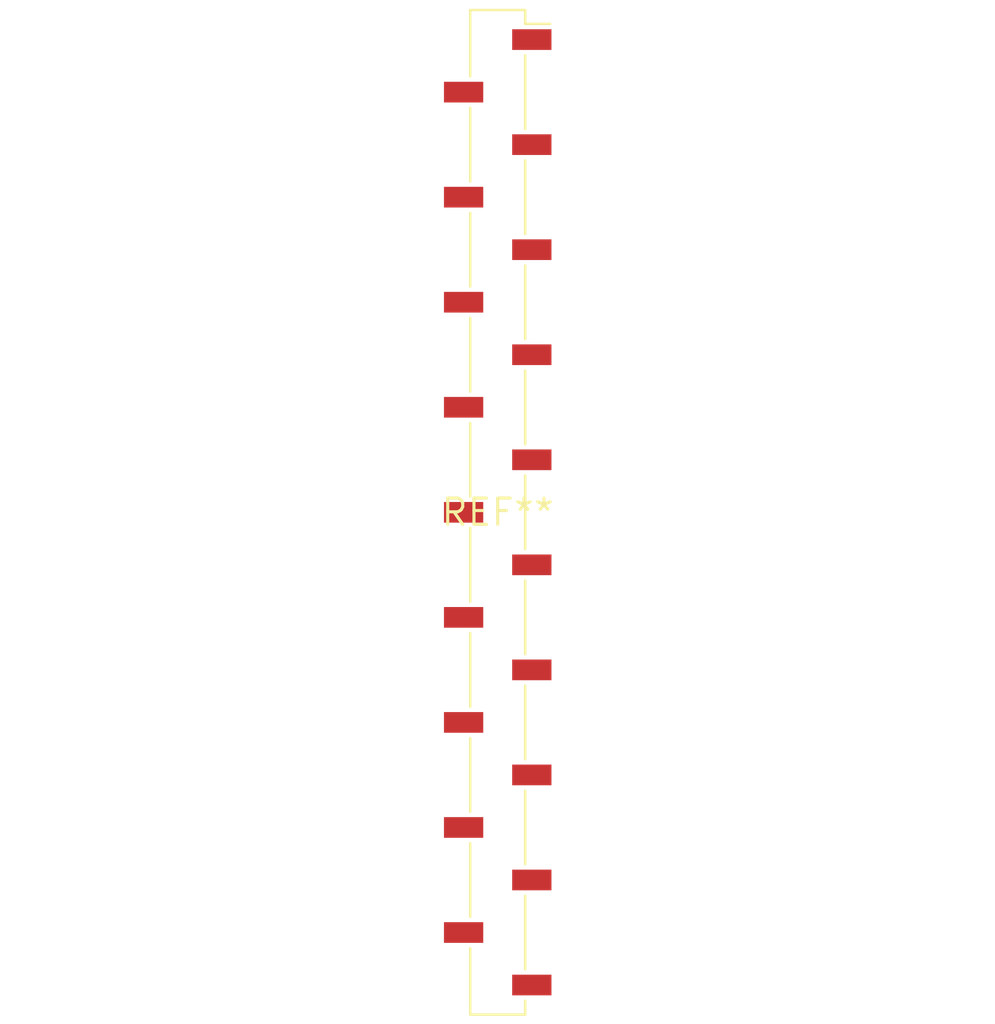
<source format=kicad_pcb>
(kicad_pcb (version 20240108) (generator pcbnew)
  (layers (0 "F.Cu" signal) (31 "B.Cu" signal) (34 "B.Paste" user) (35 "F.Paste" user) (36 "B.SilkS" user "B.Silkscreen") (37 "F.SilkS" user "F.Silkscreen") (38 "B.Mask" user) (39 "F.Mask" user) (44 "Edge.Cuts" user))
  (net 0 "")
  (footprint "PinSocket_1x19_P2.54mm_Vertical_SMD_Pin1Right" (layer "F.Cu") (at 0 0)
    (property "Reference" "REF**")
    (property "Value" "PinSocket_1x19_P2.54mm_Vertical_SMD_Pin1Right")
    (fp_line (start -1.33 -24.29) (end -1.33 -21.08) (layer "F.SilkS") (stroke (width 0.12)))
    (fp_line (start -1.33 -24.29) (end 1.33 -24.29) (layer "F.SilkS") (stroke (width 0.12)))
    (fp_line (start -1.33 -19.56) (end -1.33 -16) (layer "F.SilkS") (stroke (width 0.12)))
    (fp_line (start -1.33 -14.48) (end -1.33 -10.92) (layer "F.SilkS") (stroke (width 0.12)))
    (fp_line (start -1.33 -9.4) (end -1.33 -5.84) (layer "F.SilkS") (stroke (width 0.12)))
    (fp_line (start -1.33 -4.32) (end -1.33 -0.76) (layer "F.SilkS") (stroke (width 0.12)))
    (fp_line (start -1.33 0.76) (end -1.33 4.32) (layer "F.SilkS") (stroke (width 0.12)))
    (fp_line (start -1.33 5.84) (end -1.33 9.4) (layer "F.SilkS") (stroke (width 0.12)))
    (fp_line (start -1.33 10.92) (end -1.33 14.48) (layer "F.SilkS") (stroke (width 0.12)))
    (fp_line (start -1.33 16) (end -1.33 19.56) (layer "F.SilkS") (stroke (width 0.12)))
    (fp_line (start -1.33 21.08) (end -1.33 24.29) (layer "F.SilkS") (stroke (width 0.12)))
    (fp_line (start -1.33 24.29) (end 1.33 24.29) (layer "F.SilkS") (stroke (width 0.12)))
    (fp_line (start 1.33 -24.29) (end 1.33 -23.62) (layer "F.SilkS") (stroke (width 0.12)))
    (fp_line (start 1.33 -23.62) (end 2.54 -23.62) (layer "F.SilkS") (stroke (width 0.12)))
    (fp_line (start 1.33 -22.1) (end 1.33 -18.54) (layer "F.SilkS") (stroke (width 0.12)))
    (fp_line (start 1.33 -17.02) (end 1.33 -13.46) (layer "F.SilkS") (stroke (width 0.12)))
    (fp_line (start 1.33 -11.94) (end 1.33 -8.38) (layer "F.SilkS") (stroke (width 0.12)))
    (fp_line (start 1.33 -6.86) (end 1.33 -3.3) (layer "F.SilkS") (stroke (width 0.12)))
    (fp_line (start 1.33 -1.78) (end 1.33 1.78) (layer "F.SilkS") (stroke (width 0.12)))
    (fp_line (start 1.33 3.3) (end 1.33 6.86) (layer "F.SilkS") (stroke (width 0.12)))
    (fp_line (start 1.33 8.38) (end 1.33 11.94) (layer "F.SilkS") (stroke (width 0.12)))
    (fp_line (start 1.33 13.46) (end 1.33 17.02) (layer "F.SilkS") (stroke (width 0.12)))
    (fp_line (start 1.33 18.54) (end 1.33 22.1) (layer "F.SilkS") (stroke (width 0.12)))
    (fp_line (start 1.33 23.62) (end 1.33 24.29) (layer "F.SilkS") (stroke (width 0.12)))
    (pad "1" smd rect (at 1.65 -22.86) (size 1.9 1) (layers "F.Cu" "F.Paste" "F.Mask"))
    (pad "2" smd rect (at -1.65 -20.32) (size 1.9 1) (layers "F.Cu" "F.Paste" "F.Mask"))
    (pad "3" smd rect (at 1.65 -17.78) (size 1.9 1) (layers "F.Cu" "F.Paste" "F.Mask"))
    (pad "4" smd rect (at -1.65 -15.24) (size 1.9 1) (layers "F.Cu" "F.Paste" "F.Mask"))
    (pad "5" smd rect (at 1.65 -12.7) (size 1.9 1) (layers "F.Cu" "F.Paste" "F.Mask"))
    (pad "6" smd rect (at -1.65 -10.16) (size 1.9 1) (layers "F.Cu" "F.Paste" "F.Mask"))
    (pad "7" smd rect (at 1.65 -7.62) (size 1.9 1) (layers "F.Cu" "F.Paste" "F.Mask"))
    (pad "8" smd rect (at -1.65 -5.08) (size 1.9 1) (layers "F.Cu" "F.Paste" "F.Mask"))
    (pad "9" smd rect (at 1.65 -2.54) (size 1.9 1) (layers "F.Cu" "F.Paste" "F.Mask"))
    (pad "10" smd rect (at -1.65 0) (size 1.9 1) (layers "F.Cu" "F.Paste" "F.Mask"))
    (pad "11" smd rect (at 1.65 2.54) (size 1.9 1) (layers "F.Cu" "F.Paste" "F.Mask"))
    (pad "12" smd rect (at -1.65 5.08) (size 1.9 1) (layers "F.Cu" "F.Paste" "F.Mask"))
    (pad "13" smd rect (at 1.65 7.62) (size 1.9 1) (layers "F.Cu" "F.Paste" "F.Mask"))
    (pad "14" smd rect (at -1.65 10.16) (size 1.9 1) (layers "F.Cu" "F.Paste" "F.Mask"))
    (pad "15" smd rect (at 1.65 12.7) (size 1.9 1) (layers "F.Cu" "F.Paste" "F.Mask"))
    (pad "16" smd rect (at -1.65 15.24) (size 1.9 1) (layers "F.Cu" "F.Paste" "F.Mask"))
    (pad "17" smd rect (at 1.65 17.78) (size 1.9 1) (layers "F.Cu" "F.Paste" "F.Mask"))
    (pad "18" smd rect (at -1.65 20.32) (size 1.9 1) (layers "F.Cu" "F.Paste" "F.Mask"))
    (pad "19" smd rect (at 1.65 22.86) (size 1.9 1) (layers "F.Cu" "F.Paste" "F.Mask"))
  )
)
</source>
